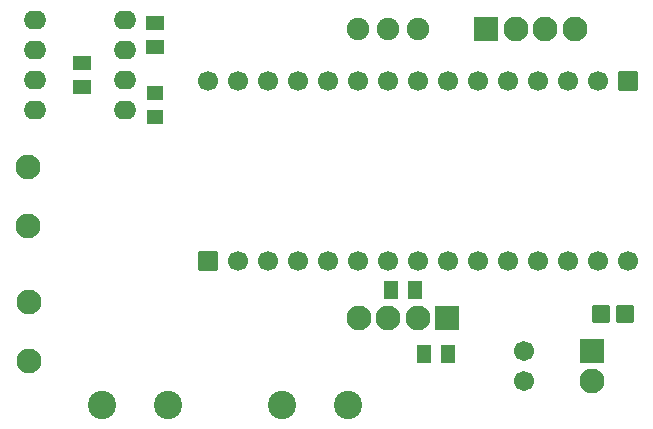
<source format=gbs>
G04 Layer: BottomSolderMaskLayer*
G04 EasyEDA v6.5.39, 2023-12-21 10:53:13*
G04 3e67a15472894c6e83902e6d43e54a9e,2402692d15bd446891542ced5281a4ad,10*
G04 Gerber Generator version 0.2*
G04 Scale: 100 percent, Rotated: No, Reflected: No *
G04 Dimensions in millimeters *
G04 leading zeros omitted , absolute positions ,4 integer and 5 decimal *
%FSLAX45Y45*%
%MOMM*%

%AMMACRO1*1,1,$1,$2,$3*1,1,$1,$4,$5*1,1,$1,0-$2,0-$3*1,1,$1,0-$4,0-$5*20,1,$1,$2,$3,$4,$5,0*20,1,$1,$4,$5,0-$2,0-$3,0*20,1,$1,0-$2,0-$3,0-$4,0-$5,0*20,1,$1,0-$4,0-$5,$2,$3,0*4,1,4,$2,$3,$4,$5,0-$2,0-$3,0-$4,0-$5,$2,$3,0*%
%ADD10MACRO1,0.1016X0.5663X-0.6885X0.5663X0.6885*%
%ADD11MACRO1,0.1016X-0.5663X-0.6885X-0.5663X0.6885*%
%ADD12MACRO1,0.1016X-0.705X0.675X-0.705X-0.675*%
%ADD13MACRO1,0.1016X0.705X0.675X0.705X-0.675*%
%ADD14MACRO1,0.1016X-0.6885X-0.5663X0.6885X-0.5663*%
%ADD15MACRO1,0.1016X-0.6885X0.5663X0.6885X0.5663*%
%ADD16R,1.4786X1.2341*%
%ADD17C,2.1016*%
%ADD18MACRO1,0.1016X-1X1X1X1*%
%ADD19MACRO1,0.1016X1X-1X-1X-1*%
%ADD20C,1.9000*%
%ADD21C,1.7016*%
%ADD22C,2.4000*%
%ADD23MACRO1,0.1016X1X1X1X-1*%
%ADD24MACRO1,0.1X-0.8X0.8X0.8X0.8*%
%ADD25C,1.7000*%
%ADD26MACRO1,0.1X0.8X-0.8X-0.8X-0.8*%
%ADD27O,1.92659X1.561592*%

%LPD*%
D10*
G01*
X3519495Y-2527300D03*
D11*
G01*
X3719504Y-2527300D03*
D10*
G01*
X3798895Y-3073400D03*
D11*
G01*
X3998904Y-3073400D03*
D12*
G01*
X5497502Y-2730500D03*
D13*
G01*
X5297497Y-2730500D03*
D14*
G01*
X901700Y-611195D03*
D15*
G01*
X901700Y-811204D03*
D16*
G01*
X1524000Y-1065199D03*
G01*
X1524000Y-865200D03*
D14*
G01*
X1524000Y-268295D03*
D15*
G01*
X1524000Y-468304D03*
D17*
G01*
X5074996Y-317500D03*
G01*
X4824984Y-317500D03*
G01*
X4574997Y-317500D03*
D18*
G01*
X4324985Y-317500D03*
D17*
G01*
X3244494Y-2768600D03*
G01*
X3494506Y-2768600D03*
G01*
X3744493Y-2768600D03*
D19*
G01*
X3994505Y-2768600D03*
D20*
G01*
X3242513Y-317500D03*
G01*
X3492500Y-317500D03*
G01*
X3742486Y-317500D03*
D21*
G01*
X4648200Y-3302000D03*
G01*
X4648200Y-3048000D03*
D22*
G01*
X2593975Y-3499993D03*
G01*
X3153994Y-3499993D03*
G01*
X1630019Y-3499993D03*
G01*
X1070000Y-3499993D03*
D23*
G01*
X5219700Y-3048000D03*
D17*
G01*
X5219700Y-3302000D03*
G01*
X444500Y-1489837D03*
G01*
X444500Y-1989962D03*
G01*
X457200Y-2632837D03*
G01*
X457200Y-3132962D03*
D24*
G01*
X1968499Y-2285994D03*
D25*
G01*
X2222500Y-2286000D03*
G01*
X2476500Y-2286000D03*
G01*
X2730500Y-2286000D03*
G01*
X2984500Y-2286000D03*
G01*
X3238500Y-2286000D03*
G01*
X3492500Y-2286000D03*
G01*
X3746500Y-2286000D03*
G01*
X4000500Y-2286000D03*
G01*
X4254500Y-2286000D03*
G01*
X4508500Y-2286000D03*
G01*
X4762500Y-2286000D03*
G01*
X5016500Y-2286000D03*
G01*
X5270500Y-2286000D03*
G01*
X5524500Y-2286000D03*
D26*
G01*
X5524500Y-762000D03*
D25*
G01*
X5270500Y-762000D03*
G01*
X5016500Y-762000D03*
G01*
X4762500Y-762000D03*
G01*
X4508500Y-762000D03*
G01*
X4254500Y-762000D03*
G01*
X4000500Y-762000D03*
G01*
X3746500Y-762000D03*
G01*
X3492500Y-762000D03*
G01*
X3238500Y-762000D03*
G01*
X2984500Y-762000D03*
G01*
X2730500Y-762000D03*
G01*
X2476500Y-762000D03*
G01*
X2222500Y-762000D03*
G01*
X1968500Y-762000D03*
D27*
G01*
X1270000Y-1003300D03*
G01*
X1270000Y-749300D03*
G01*
X1270000Y-495300D03*
G01*
X1270000Y-241300D03*
G01*
X508000Y-1003300D03*
G01*
X508000Y-749300D03*
G01*
X508000Y-495300D03*
G01*
X508000Y-241300D03*
M02*

</source>
